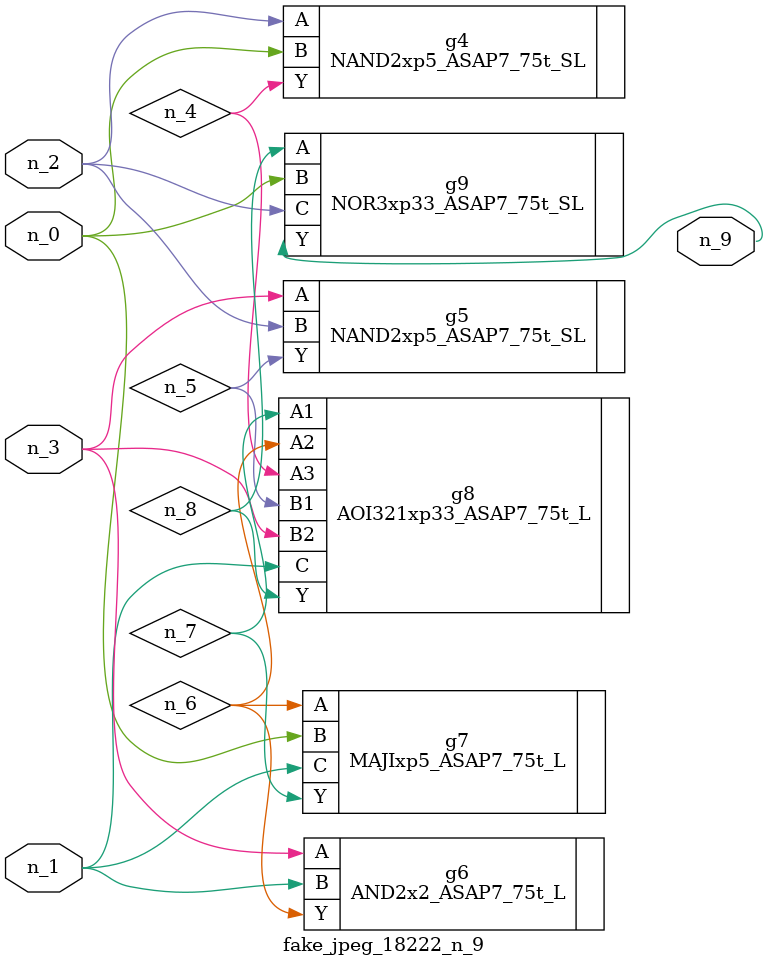
<source format=v>
module fake_jpeg_18222_n_9 (n_0, n_3, n_2, n_1, n_9);

input n_0;
input n_3;
input n_2;
input n_1;

output n_9;

wire n_4;
wire n_8;
wire n_6;
wire n_5;
wire n_7;

NAND2xp5_ASAP7_75t_SL g4 ( 
.A(n_2),
.B(n_0),
.Y(n_4)
);

NAND2xp5_ASAP7_75t_SL g5 ( 
.A(n_3),
.B(n_2),
.Y(n_5)
);

AND2x2_ASAP7_75t_L g6 ( 
.A(n_3),
.B(n_1),
.Y(n_6)
);

MAJIxp5_ASAP7_75t_L g7 ( 
.A(n_6),
.B(n_0),
.C(n_1),
.Y(n_7)
);

AOI321xp33_ASAP7_75t_L g8 ( 
.A1(n_7),
.A2(n_6),
.A3(n_4),
.B1(n_5),
.B2(n_3),
.C(n_1),
.Y(n_8)
);

NOR3xp33_ASAP7_75t_SL g9 ( 
.A(n_8),
.B(n_0),
.C(n_2),
.Y(n_9)
);


endmodule
</source>
